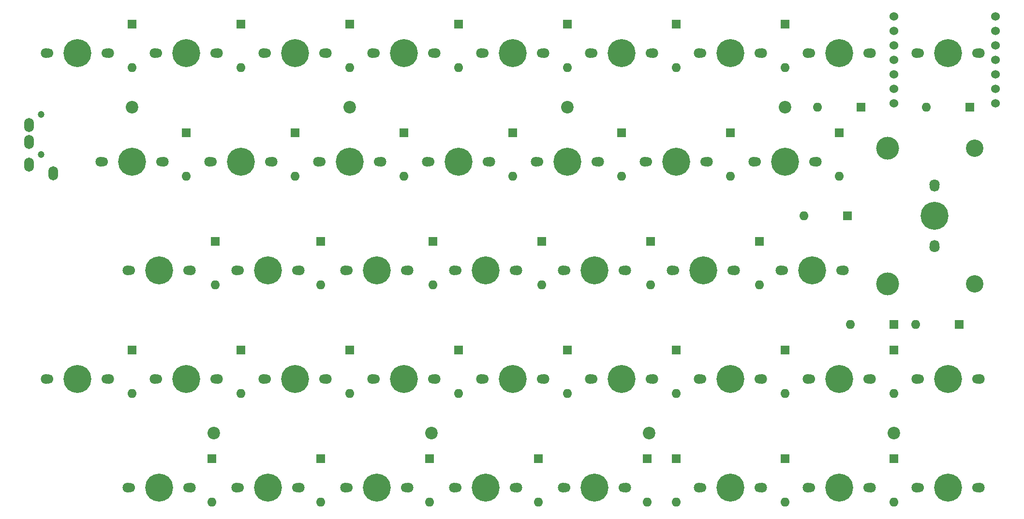
<source format=gbr>
%TF.GenerationSoftware,KiCad,Pcbnew,(7.0.0)*%
%TF.CreationDate,2023-05-23T14:57:48+09:00*%
%TF.ProjectId,sgkb-right,73676b62-2d72-4696-9768-742e6b696361,rev?*%
%TF.SameCoordinates,Original*%
%TF.FileFunction,Soldermask,Top*%
%TF.FilePolarity,Negative*%
%FSLAX46Y46*%
G04 Gerber Fmt 4.6, Leading zero omitted, Abs format (unit mm)*
G04 Created by KiCad (PCBNEW (7.0.0)) date 2023-05-23 14:57:48*
%MOMM*%
%LPD*%
G01*
G04 APERTURE LIST*
%ADD10C,3.050000*%
%ADD11C,4.000000*%
%ADD12C,1.800000*%
%ADD13C,1.700000*%
%ADD14C,4.900000*%
%ADD15R,1.600000X1.600000*%
%ADD16O,1.600000X1.600000*%
%ADD17C,2.200000*%
%ADD18C,1.200000*%
%ADD19O,1.700000X2.500000*%
%ADD20C,1.524000*%
G04 APERTURE END LIST*
D10*
%TO.C,SW19*%
X204643750Y-64300000D03*
D11*
X189403750Y-64300000D03*
D12*
X197643750Y-70700000D03*
D13*
X197643750Y-71120000D03*
D14*
X197643750Y-76200000D03*
D13*
X197643750Y-81280000D03*
D12*
X197643750Y-81700000D03*
D10*
X204643750Y-88100000D03*
D11*
X189403750Y-88100000D03*
%TD*%
D12*
%TO.C,SW5*%
X99275000Y-47625000D03*
D13*
X99695000Y-47625000D03*
D14*
X104775000Y-47625000D03*
D13*
X109855000Y-47625000D03*
D12*
X110275000Y-47625000D03*
%TD*%
D15*
%TO.C,D18*%
X180974999Y-61594999D03*
D16*
X180974999Y-69214999D03*
%TD*%
D12*
%TO.C,SW33*%
X80225000Y-104775000D03*
D13*
X80645000Y-104775000D03*
D14*
X85725000Y-104775000D03*
D13*
X90805000Y-104775000D03*
D12*
X91225000Y-104775000D03*
%TD*%
%TO.C,SW37*%
X156425000Y-104775000D03*
D13*
X156845000Y-104775000D03*
D14*
X161925000Y-104775000D03*
D13*
X167005000Y-104775000D03*
D12*
X167425000Y-104775000D03*
%TD*%
D17*
%TO.C,H8*%
X190500000Y-114300000D03*
%TD*%
D15*
%TO.C,D39*%
X201929999Y-95249999D03*
D16*
X194309999Y-95249999D03*
%TD*%
D12*
%TO.C,SW32*%
X61175000Y-104775000D03*
D13*
X61595000Y-104775000D03*
D14*
X66675000Y-104775000D03*
D13*
X71755000Y-104775000D03*
D12*
X72175000Y-104775000D03*
%TD*%
D15*
%TO.C,D22*%
X71754999Y-80644999D03*
D16*
X71754999Y-88264999D03*
%TD*%
D12*
%TO.C,SW49*%
X194525000Y-123825000D03*
D13*
X194945000Y-123825000D03*
D14*
X200025000Y-123825000D03*
D13*
X205105000Y-123825000D03*
D12*
X205525000Y-123825000D03*
%TD*%
D15*
%TO.C,D33*%
X95249999Y-99694999D03*
D16*
X95249999Y-107314999D03*
%TD*%
D15*
%TO.C,D47*%
X152399999Y-118744999D03*
D16*
X152399999Y-126364999D03*
%TD*%
D15*
%TO.C,D6*%
X133349999Y-42544999D03*
D16*
X133349999Y-50164999D03*
%TD*%
D15*
%TO.C,D45*%
X128269999Y-118744999D03*
D16*
X128269999Y-126364999D03*
%TD*%
D12*
%TO.C,SW3*%
X61175000Y-47625000D03*
D13*
X61595000Y-47625000D03*
D14*
X66675000Y-47625000D03*
D13*
X71755000Y-47625000D03*
D12*
X72175000Y-47625000D03*
%TD*%
%TO.C,SW6*%
X118325000Y-47625000D03*
D13*
X118745000Y-47625000D03*
D14*
X123825000Y-47625000D03*
D13*
X128905000Y-47625000D03*
D12*
X129325000Y-47625000D03*
%TD*%
%TO.C,SW46*%
X132612500Y-123825000D03*
D13*
X133032500Y-123825000D03*
D14*
X138112500Y-123825000D03*
D13*
X143192500Y-123825000D03*
D12*
X143612500Y-123825000D03*
%TD*%
%TO.C,SW45*%
X113562500Y-123825000D03*
D13*
X113982500Y-123825000D03*
D14*
X119062500Y-123825000D03*
D13*
X124142500Y-123825000D03*
D12*
X124562500Y-123825000D03*
%TD*%
%TO.C,SW17*%
X146900000Y-66675000D03*
D13*
X147320000Y-66675000D03*
D14*
X152400000Y-66675000D03*
D13*
X157480000Y-66675000D03*
D12*
X157900000Y-66675000D03*
%TD*%
D15*
%TO.C,D2*%
X57149999Y-42544999D03*
D16*
X57149999Y-50164999D03*
%TD*%
D15*
%TO.C,D7*%
X152399999Y-42544999D03*
D16*
X152399999Y-50164999D03*
%TD*%
D12*
%TO.C,SW48*%
X175475000Y-123825000D03*
D13*
X175895000Y-123825000D03*
D14*
X180975000Y-123825000D03*
D13*
X186055000Y-123825000D03*
D12*
X186475000Y-123825000D03*
%TD*%
D15*
%TO.C,D32*%
X76199999Y-99694999D03*
D16*
X76199999Y-107314999D03*
%TD*%
D15*
%TO.C,D15*%
X123824999Y-61594999D03*
D16*
X123824999Y-69214999D03*
%TD*%
D15*
%TO.C,D5*%
X114299999Y-42544999D03*
D16*
X114299999Y-50164999D03*
%TD*%
D15*
%TO.C,D8*%
X171449999Y-42544999D03*
D16*
X171449999Y-50164999D03*
%TD*%
D15*
%TO.C,D12*%
X66674999Y-61594999D03*
D16*
X66674999Y-69214999D03*
%TD*%
D12*
%TO.C,SW34*%
X99275000Y-104775000D03*
D13*
X99695000Y-104775000D03*
D14*
X104775000Y-104775000D03*
D13*
X109855000Y-104775000D03*
D12*
X110275000Y-104775000D03*
%TD*%
%TO.C,SW14*%
X89750000Y-66675000D03*
D13*
X90170000Y-66675000D03*
D14*
X95250000Y-66675000D03*
D13*
X100330000Y-66675000D03*
D12*
X100750000Y-66675000D03*
%TD*%
D15*
%TO.C,D31*%
X57149999Y-99694999D03*
D16*
X57149999Y-107314999D03*
%TD*%
D15*
%TO.C,D9*%
X184784999Y-57149999D03*
D16*
X177164999Y-57149999D03*
%TD*%
D17*
%TO.C,H7*%
X109537500Y-114300000D03*
%TD*%
D12*
%TO.C,SW8*%
X156425000Y-47625000D03*
D13*
X156845000Y-47625000D03*
D14*
X161925000Y-47625000D03*
D13*
X167005000Y-47625000D03*
D12*
X167425000Y-47625000D03*
%TD*%
%TO.C,SW28*%
X170712500Y-85725000D03*
D13*
X171132500Y-85725000D03*
D14*
X176212500Y-85725000D03*
D13*
X181292500Y-85725000D03*
D12*
X181712500Y-85725000D03*
%TD*%
%TO.C,SW25*%
X113562500Y-85725000D03*
D13*
X113982500Y-85725000D03*
D14*
X119062500Y-85725000D03*
D13*
X124142500Y-85725000D03*
D12*
X124562500Y-85725000D03*
%TD*%
D15*
%TO.C,D10*%
X203834999Y-57149999D03*
D16*
X196214999Y-57149999D03*
%TD*%
D15*
%TO.C,D36*%
X152399999Y-99694999D03*
D16*
X152399999Y-107314999D03*
%TD*%
D15*
%TO.C,D34*%
X114299999Y-99694999D03*
D16*
X114299999Y-107314999D03*
%TD*%
D15*
%TO.C,D38*%
X190499999Y-99694999D03*
D16*
X190499999Y-107314999D03*
%TD*%
D15*
%TO.C,D27*%
X167004999Y-80644999D03*
D16*
X167004999Y-88264999D03*
%TD*%
D17*
%TO.C,H4*%
X147637500Y-114300000D03*
%TD*%
D12*
%TO.C,SW35*%
X118325000Y-104775000D03*
D13*
X118745000Y-104775000D03*
D14*
X123825000Y-104775000D03*
D13*
X128905000Y-104775000D03*
D12*
X129325000Y-104775000D03*
%TD*%
%TO.C,SW31*%
X42125000Y-104775000D03*
D13*
X42545000Y-104775000D03*
D14*
X47625000Y-104775000D03*
D13*
X52705000Y-104775000D03*
D12*
X53125000Y-104775000D03*
%TD*%
D17*
%TO.C,H1*%
X57150000Y-57150000D03*
%TD*%
D12*
%TO.C,SW42*%
X56412500Y-123825000D03*
D13*
X56832500Y-123825000D03*
D14*
X61912500Y-123825000D03*
D13*
X66992500Y-123825000D03*
D12*
X67412500Y-123825000D03*
%TD*%
D15*
%TO.C,D35*%
X133349999Y-99694999D03*
D16*
X133349999Y-107314999D03*
%TD*%
D15*
%TO.C,D42*%
X71119999Y-118744999D03*
D16*
X71119999Y-126364999D03*
%TD*%
D12*
%TO.C,SW15*%
X108800000Y-66675000D03*
D13*
X109220000Y-66675000D03*
D14*
X114300000Y-66675000D03*
D13*
X119380000Y-66675000D03*
D12*
X119800000Y-66675000D03*
%TD*%
%TO.C,SW44*%
X94512500Y-123825000D03*
D13*
X94932500Y-123825000D03*
D14*
X100012500Y-123825000D03*
D13*
X105092500Y-123825000D03*
D12*
X105512500Y-123825000D03*
%TD*%
D15*
%TO.C,D48*%
X171449999Y-118744999D03*
D16*
X171449999Y-126364999D03*
%TD*%
D12*
%TO.C,SW43*%
X75462500Y-123825000D03*
D13*
X75882500Y-123825000D03*
D14*
X80962500Y-123825000D03*
D13*
X86042500Y-123825000D03*
D12*
X86462500Y-123825000D03*
%TD*%
D15*
%TO.C,D43*%
X90169999Y-118744999D03*
D16*
X90169999Y-126364999D03*
%TD*%
D15*
%TO.C,D13*%
X85724999Y-61594999D03*
D16*
X85724999Y-69214999D03*
%TD*%
D12*
%TO.C,SW12*%
X51650000Y-66675000D03*
D13*
X52070000Y-66675000D03*
D14*
X57150000Y-66675000D03*
D13*
X62230000Y-66675000D03*
D12*
X62650000Y-66675000D03*
%TD*%
%TO.C,SW36*%
X137375000Y-104775000D03*
D13*
X137795000Y-104775000D03*
D14*
X142875000Y-104775000D03*
D13*
X147955000Y-104775000D03*
D12*
X148375000Y-104775000D03*
%TD*%
D17*
%TO.C,H2*%
X133350000Y-57150000D03*
%TD*%
%TO.C,H6*%
X171450000Y-57150000D03*
%TD*%
D12*
%TO.C,SW39*%
X194525000Y-104775000D03*
D13*
X194945000Y-104775000D03*
D14*
X200025000Y-104775000D03*
D13*
X205105000Y-104775000D03*
D12*
X205525000Y-104775000D03*
%TD*%
%TO.C,SW18*%
X165950000Y-66675000D03*
D13*
X166370000Y-66675000D03*
D14*
X171450000Y-66675000D03*
D13*
X176530000Y-66675000D03*
D12*
X176950000Y-66675000D03*
%TD*%
%TO.C,SW47*%
X156425000Y-123825000D03*
D13*
X156845000Y-123825000D03*
D14*
X161925000Y-123825000D03*
D13*
X167005000Y-123825000D03*
D12*
X167425000Y-123825000D03*
%TD*%
%TO.C,SW23*%
X75462500Y-85725000D03*
D13*
X75882500Y-85725000D03*
D14*
X80962500Y-85725000D03*
D13*
X86042500Y-85725000D03*
D12*
X86462500Y-85725000D03*
%TD*%
D15*
%TO.C,D3*%
X76199999Y-42544999D03*
D16*
X76199999Y-50164999D03*
%TD*%
D12*
%TO.C,SW24*%
X94512500Y-85725000D03*
D13*
X94932500Y-85725000D03*
D14*
X100012500Y-85725000D03*
D13*
X105092500Y-85725000D03*
D12*
X105512500Y-85725000D03*
%TD*%
%TO.C,SW16*%
X127850000Y-66675000D03*
D13*
X128270000Y-66675000D03*
D14*
X133350000Y-66675000D03*
D13*
X138430000Y-66675000D03*
D12*
X138850000Y-66675000D03*
%TD*%
D15*
%TO.C,D25*%
X128904999Y-80644999D03*
D16*
X128904999Y-88264999D03*
%TD*%
D12*
%TO.C,SW26*%
X132612500Y-85725000D03*
D13*
X133032500Y-85725000D03*
D14*
X138112500Y-85725000D03*
D13*
X143192500Y-85725000D03*
D12*
X143612500Y-85725000D03*
%TD*%
%TO.C,SW9*%
X175475000Y-47625000D03*
D13*
X175895000Y-47625000D03*
D14*
X180975000Y-47625000D03*
D13*
X186055000Y-47625000D03*
D12*
X186475000Y-47625000D03*
%TD*%
D15*
%TO.C,D44*%
X109219999Y-118744999D03*
D16*
X109219999Y-126364999D03*
%TD*%
D15*
%TO.C,D4*%
X95249999Y-42544999D03*
D16*
X95249999Y-50164999D03*
%TD*%
D15*
%TO.C,D28*%
X182403749Y-76199999D03*
D16*
X174783749Y-76199999D03*
%TD*%
D12*
%TO.C,SW10*%
X194525000Y-47625000D03*
D13*
X194945000Y-47625000D03*
D14*
X200025000Y-47625000D03*
D13*
X205105000Y-47625000D03*
D12*
X205525000Y-47625000D03*
%TD*%
%TO.C,SW4*%
X80225000Y-47625000D03*
D13*
X80645000Y-47625000D03*
D14*
X85725000Y-47625000D03*
D13*
X90805000Y-47625000D03*
D12*
X91225000Y-47625000D03*
%TD*%
D15*
%TO.C,D26*%
X147954999Y-80644999D03*
D16*
X147954999Y-88264999D03*
%TD*%
D15*
%TO.C,D17*%
X161924999Y-61594999D03*
D16*
X161924999Y-69214999D03*
%TD*%
D15*
%TO.C,D19*%
X190499999Y-95249999D03*
D16*
X182879999Y-95249999D03*
%TD*%
D12*
%TO.C,SW27*%
X151662500Y-85725000D03*
D13*
X152082500Y-85725000D03*
D14*
X157162500Y-85725000D03*
D13*
X162242500Y-85725000D03*
D12*
X162662500Y-85725000D03*
%TD*%
D15*
%TO.C,D24*%
X109854999Y-80644999D03*
D16*
X109854999Y-88264999D03*
%TD*%
D15*
%TO.C,D49*%
X190499999Y-118744999D03*
D16*
X190499999Y-126364999D03*
%TD*%
D12*
%TO.C,SW22*%
X56412500Y-85725000D03*
D13*
X56832500Y-85725000D03*
D14*
X61912500Y-85725000D03*
D13*
X66992500Y-85725000D03*
D12*
X67412500Y-85725000D03*
%TD*%
D15*
%TO.C,D16*%
X142874999Y-61594999D03*
D16*
X142874999Y-69214999D03*
%TD*%
D12*
%TO.C,SW2*%
X42125000Y-47625000D03*
D13*
X42545000Y-47625000D03*
D14*
X47625000Y-47625000D03*
D13*
X52705000Y-47625000D03*
D12*
X53125000Y-47625000D03*
%TD*%
%TO.C,SW7*%
X137375000Y-47625000D03*
D13*
X137795000Y-47625000D03*
D14*
X142875000Y-47625000D03*
D13*
X147955000Y-47625000D03*
D12*
X148375000Y-47625000D03*
%TD*%
%TO.C,SW13*%
X70700000Y-66675000D03*
D13*
X71120000Y-66675000D03*
D14*
X76200000Y-66675000D03*
D13*
X81280000Y-66675000D03*
D12*
X81700000Y-66675000D03*
%TD*%
D15*
%TO.C,D23*%
X90169999Y-80644999D03*
D16*
X90169999Y-88264999D03*
%TD*%
D17*
%TO.C,H5*%
X95250000Y-57150000D03*
%TD*%
D15*
%TO.C,D14*%
X104774999Y-61594999D03*
D16*
X104774999Y-69214999D03*
%TD*%
D15*
%TO.C,D46*%
X147319999Y-118744999D03*
D16*
X147319999Y-126364999D03*
%TD*%
D15*
%TO.C,D37*%
X171449999Y-99694999D03*
D16*
X171449999Y-107314999D03*
%TD*%
D12*
%TO.C,SW38*%
X175475000Y-104775000D03*
D13*
X175895000Y-104775000D03*
D14*
X180975000Y-104775000D03*
D13*
X186055000Y-104775000D03*
D12*
X186475000Y-104775000D03*
%TD*%
D17*
%TO.C,H3*%
X71437500Y-114300000D03*
%TD*%
D18*
%TO.C,J1*%
X41275000Y-65405000D03*
X41275000Y-58405000D03*
D19*
X43374999Y-68704999D03*
X39174999Y-60204999D03*
X39174999Y-63204999D03*
X39174999Y-67204999D03*
%TD*%
D20*
%TO.C,U1*%
X208300000Y-41200000D03*
X208300000Y-43740000D03*
X208300000Y-46280000D03*
X208300000Y-48820000D03*
X208300000Y-51360000D03*
X208300000Y-53900000D03*
X208300000Y-56440000D03*
X190520000Y-56440000D03*
X190520000Y-53900000D03*
X190520000Y-51360000D03*
X190520000Y-48820000D03*
X190520000Y-46280000D03*
X190520000Y-43740000D03*
X190520000Y-41200000D03*
%TD*%
M02*

</source>
